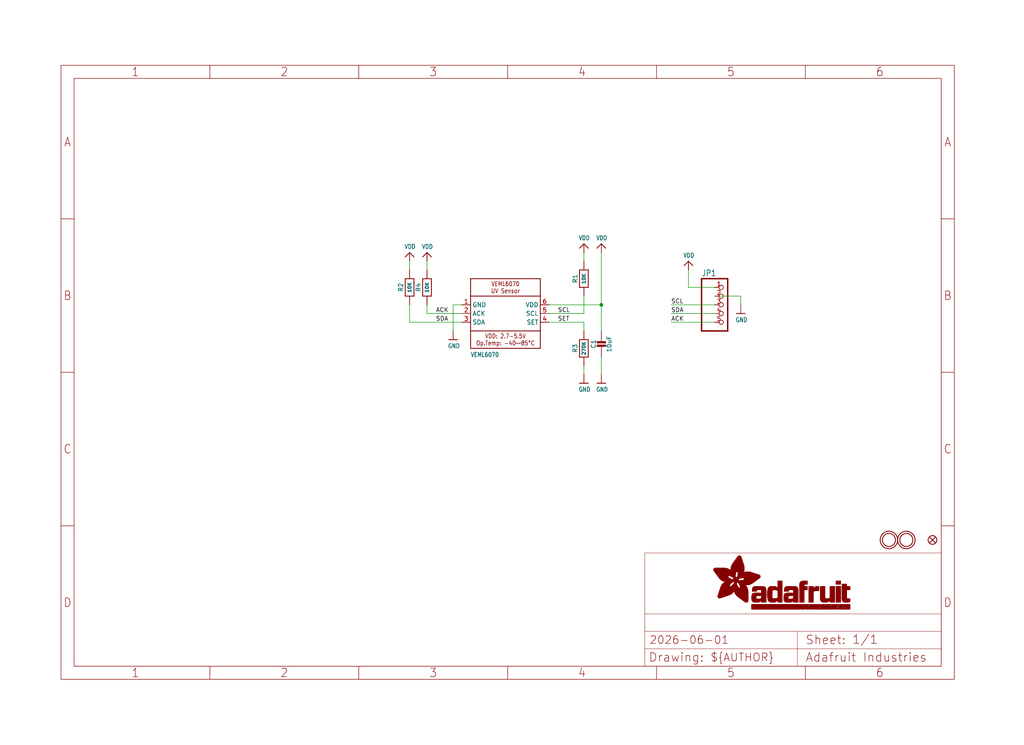
<source format=kicad_sch>
(kicad_sch (version 20230121) (generator eeschema)
  (paper "User" 298.45 217.322)
  (lib_symbols
    (symbol "working-eagle-import:CAP_CERAMIC0805-NOOUTLINE"
      (property "Reference" "C" (at -2.29 1.25 90))
      (symbol "CAP_CERAMIC0805-NOOUTLINE_1_0"
        (pin passive line (at 0 5.08 270) (length 2.54) (name "1") (number "1"))
        (pin passive line (at 0 -2.54 90) (length 2.54) (name "2") (number "2"))
      )
    )
    (symbol "working-eagle-import:FIDUCIAL{dblquote}{dblquote}")
    (symbol "working-eagle-import:FRAME_A4_ADAFRUIT"
      (symbol "FRAME_A4_ADAFRUIT_1_0"
        (text "${#}/${##}" (at 230.505 10.16 0) (effects (font (size 2.54 2.54)) (justify left bottom)))
        (text "${AUTHOR}" (at 189.23 5.08 0) (effects (font (size 2.286 2.286)) (justify left bottom)))
        (text "${CURRENT_DATE}" (at 171.45 10.16 0) (effects (font (size 2.286 2.286)) (justify left bottom)))
        (text "${PROJECTNAME}" (at 171.45 15.24 0) (effects (font (size 2.54 2.54)) (justify left bottom)))
        (text "1" (at 21.6958 1.905 0) (effects (font (size 2.54 2.286))))
        (text "1" (at 21.6958 177.165 0) (effects (font (size 2.54 2.286))))
        (text "2" (at 65.0875 1.905 0) (effects (font (size 2.54 2.286))))
        (text "2" (at 65.0875 177.165 0) (effects (font (size 2.54 2.286))))
        (text "3" (at 108.4792 1.905 0) (effects (font (size 2.54 2.286))))
        (text "3" (at 108.4792 177.165 0) (effects (font (size 2.54 2.286))))
        (text "4" (at 151.8708 1.905 0) (effects (font (size 2.54 2.286))))
        (text "4" (at 151.8708 177.165 0) (effects (font (size 2.54 2.286))))
        (text "5" (at 195.2625 1.905 0) (effects (font (size 2.54 2.286))))
        (text "5" (at 195.2625 177.165 0) (effects (font (size 2.54 2.286))))
        (text "6" (at 238.6542 1.905 0) (effects (font (size 2.54 2.286))))
        (text "6" (at 238.6542 177.165 0) (effects (font (size 2.54 2.286))))
        (text "A" (at 1.905 156.6863 0) (effects (font (size 2.54 2.286))))
        (text "A" (at 258.445 156.6863 0) (effects (font (size 2.54 2.286))))
        (text "Adafruit Industries" (at 216.916 4.953 0) (effects (font (size 2.54 2.54)) (justify left bottom)))
        (text "B" (at 1.905 111.9188 0) (effects (font (size 2.54 2.286))))
        (text "B" (at 258.445 111.9188 0) (effects (font (size 2.54 2.286))))
        (text "C" (at 1.905 67.1513 0) (effects (font (size 2.54 2.286))))
        (text "C" (at 258.445 67.1513 0) (effects (font (size 2.54 2.286))))
        (text "D" (at 1.905 22.3838 0) (effects (font (size 2.54 2.286))))
        (text "D" (at 258.445 22.3838 0) (effects (font (size 2.54 2.286))))
        (text "Drawing:" (at 171.196 4.953 0) (effects (font (size 2.54 2.54)) (justify left bottom)))
        (text "Sheet:" (at 216.916 10.033 0) (effects (font (size 2.54 2.54)) (justify left bottom)))
      )
    )
    (symbol "working-eagle-import:GND" (power)
      (property "Value" "GND" (at -1.524 -2.54 0))
      (symbol "GND_1_0"
        (pin power_in line (at 0 2.54 270) (length 2.54) (name "GND") (number "1"))
      )
    )
    (symbol "working-eagle-import:HEADER-1X570MIL"
      (property "Reference" "JP" (at -6.35 8.255 0))
      (symbol "HEADER-1X570MIL_1_0"
        (pin passive inverted (at -2.54 5.08 0) (length 2.54) (name "1") (number "1"))
        (pin passive inverted (at -2.54 2.54 0) (length 2.54) (name "2") (number "2"))
        (pin passive inverted (at -2.54 0 0) (length 2.54) (name "3") (number "3"))
        (pin passive inverted (at -2.54 -2.54 0) (length 2.54) (name "4") (number "4"))
        (pin passive inverted (at -2.54 -5.08 0) (length 2.54) (name "5") (number "5"))
      )
    )
    (symbol "working-eagle-import:MOUNTINGHOLE2.5")
    (symbol "working-eagle-import:RESISTOR0805_NOOUTLINE"
      (property "Reference" "R" (at 0 2.54 0))
      (symbol "RESISTOR0805_NOOUTLINE_1_0"
        (pin passive line (at -5.08 0 0) (length 2.54) (name "1") (number "1"))
        (pin passive line (at 5.08 0 180) (length 2.54) (name "2") (number "2"))
      )
    )
    (symbol "working-eagle-import:UV_VEML6070"
      (symbol "UV_VEML6070_1_0"
        (text "VDD: 2.7-5.5V\nOp.Temp: -40~~85°C" (at 0 -7.62 0) (effects (font (size 1.27 1.0795))))
        (text "VEML6070\nUV Sensor" (at 0 7.62 0) (effects (font (size 1.27 1.0795))))
        (pin power_in line (at -12.7 2.54 0) (length 2.54) (name "GND") (number "1"))
        (pin open_collector line (at -12.7 0 0) (length 2.54) (name "ACK") (number "2"))
        (pin open_collector line (at -12.7 -2.54 0) (length 2.54) (name "SDA") (number "3"))
        (pin passive line (at 12.7 -2.54 180) (length 2.54) (name "SET") (number "4"))
        (pin input line (at 12.7 0 180) (length 2.54) (name "SCL") (number "5"))
        (pin power_in line (at 12.7 2.54 180) (length 2.54) (name "VDD") (number "6"))
      )
    )
    (symbol "working-eagle-import:VDD" (power)
      (property "Value" "VDD" (at -1.524 1.016 0))
      (symbol "VDD_1_0"
        (pin power_in line (at 0 -2.54 90) (length 2.54) (name "VDD") (number "1"))
      )
    )
  )
  (junction (at 175.26 88.9))
  (wire (pts (xy 124.46 78.74) (xy 124.46 76.2)) (stroke (width 0.1524)))
  (wire (pts (xy 170.18 76.2) (xy 170.18 73.66)) (stroke (width 0.1524)))
  (wire (pts (xy 132.08 88.9) (xy 132.08 96.52)) (stroke (width 0.1524)))
  (wire (pts (xy 208.28 91.44) (xy 195.58 91.44)) (stroke (width 0.1524)))
  (wire (pts (xy 208.28 83.82) (xy 200.66 83.82)) (stroke (width 0.1524)))
  (wire (pts (xy 208.28 88.9) (xy 195.58 88.9)) (stroke (width 0.1524)))
  (wire (pts (xy 170.18 93.98) (xy 170.18 96.52)) (stroke (width 0.1524)))
  (wire (pts (xy 175.26 88.9) (xy 175.26 96.52)) (stroke (width 0.1524)))
  (wire (pts (xy 134.62 93.98) (xy 119.38 93.98)) (stroke (width 0.1524)))
  (wire (pts (xy 175.26 104.14) (xy 175.26 109.22)) (stroke (width 0.1524)))
  (wire (pts (xy 160.02 93.98) (xy 170.18 93.98)) (stroke (width 0.1524)))
  (wire (pts (xy 134.62 88.9) (xy 132.08 88.9)) (stroke (width 0.1524)))
  (wire (pts (xy 200.66 83.82) (xy 200.66 78.74)) (stroke (width 0.1524)))
  (wire (pts (xy 170.18 91.44) (xy 170.18 86.36)) (stroke (width 0.1524)))
  (wire (pts (xy 208.28 86.36) (xy 215.9 86.36)) (stroke (width 0.1524)))
  (wire (pts (xy 124.46 91.44) (xy 124.46 88.9)) (stroke (width 0.1524)))
  (wire (pts (xy 119.38 93.98) (xy 119.38 88.9)) (stroke (width 0.1524)))
  (wire (pts (xy 215.9 86.36) (xy 215.9 88.9)) (stroke (width 0.1524)))
  (wire (pts (xy 160.02 91.44) (xy 170.18 91.44)) (stroke (width 0.1524)))
  (wire (pts (xy 160.02 88.9) (xy 175.26 88.9)) (stroke (width 0.1524)))
  (wire (pts (xy 195.58 93.98) (xy 208.28 93.98)) (stroke (width 0.1524)))
  (wire (pts (xy 119.38 78.74) (xy 119.38 76.2)) (stroke (width 0.1524)))
  (wire (pts (xy 124.46 91.44) (xy 134.62 91.44)) (stroke (width 0.1524)))
  (wire (pts (xy 175.26 88.9) (xy 175.26 73.66)) (stroke (width 0.1524)))
  (wire (pts (xy 170.18 106.68) (xy 170.18 109.22)) (stroke (width 0.1524)))
  (label "SDA" (at 127 93.98 0) (effects (font (size 1.2446 1.2446))))
  (label "ACK" (at 127 91.44 0) (effects (font (size 1.2446 1.2446))))
  (label "SDA" (at 195.58 91.44 0) (effects (font (size 1.2446 1.2446))))
  (label "SCL" (at 162.56 91.44 0) (effects (font (size 1.2446 1.2446))))
  (label "SCL" (at 195.58 88.9 0) (effects (font (size 1.2446 1.2446))))
  (label "ACK" (at 195.58 93.98 0) (effects (font (size 1.2446 1.2446))))
  (label "SET" (at 162.56 93.98 0) (effects (font (size 1.2446 1.2446))))
  (symbol (lib_id "working-eagle-import:FIDUCIAL{dblquote}{dblquote}") (at 271.78 157.48 0) (unit 1)
    (property "Reference" "FID1" (effects hide))
    (property "Value" "FIDUCIAL{dblquote}{dblquote}" (effects hide))
    (property "Footprint" "working:FIDUCIAL_1MM" (effects hide))
  )
  (symbol (lib_id "working-eagle-import:GND") (at 175.26 111.76 0) (unit 1)
    (property "Reference" "#U$4" (effects hide))
    (property "Value" "GND" (at 173.736 114.3 0) (effects (font (size 1.27 1.0795)) (justify left bottom)))
  )
  (symbol (lib_id "working-eagle-import:VDD") (at 124.46 73.66 0) (unit 1)
    (property "Reference" "#U$7" (effects hide))
    (property "Value" "VDD" (at 122.936 72.644 0) (effects (font (size 1.27 1.0795)) (justify left bottom)))
  )
  (symbol (lib_id "working-eagle-import:CAP_CERAMIC0805-NOOUTLINE") (at 175.26 101.6 0) (unit 1)
    (property "Reference" "C1" (at 172.97 100.35 90))
    (property "Value" "10uF" (at 177.56 100.35 90))
    (property "Footprint" "working:0805-NO" (effects hide))
  )
  (symbol (lib_id "working-eagle-import:VDD") (at 175.26 71.12 0) (unit 1)
    (property "Reference" "#U$3" (effects hide))
    (property "Value" "VDD" (at 173.736 70.104 0) (effects (font (size 1.27 1.0795)) (justify left bottom)))
  )
  (symbol (lib_id "working-eagle-import:VDD") (at 170.18 71.12 0) (unit 1)
    (property "Reference" "#U$5" (effects hide))
    (property "Value" "VDD" (at 168.656 70.104 0) (effects (font (size 1.27 1.0795)) (justify left bottom)))
  )
  (symbol (lib_id "working-eagle-import:MOUNTINGHOLE2.5") (at 259.08 157.48 0) (unit 1)
    (property "Reference" "U$11" (effects hide))
    (property "Value" "MOUNTINGHOLE2.5" (effects hide))
    (property "Footprint" "working:MOUNTINGHOLE_2.5_PLATED" (effects hide))
  )
  (symbol (lib_id "working-eagle-import:RESISTOR0805_NOOUTLINE") (at 170.18 101.6 90) (unit 1)
    (property "Reference" "R3" (at 167.64 101.6 0))
    (property "Value" "270K" (at 170.18 101.6 0) (effects (font (size 1.016 1.016) bold)))
    (property "Footprint" "working:0805-NO" (effects hide))
  )
  (symbol (lib_id "working-eagle-import:GND") (at 170.18 111.76 0) (unit 1)
    (property "Reference" "#U$8" (effects hide))
    (property "Value" "GND" (at 168.656 114.3 0) (effects (font (size 1.27 1.0795)) (justify left bottom)))
  )
  (symbol (lib_id "working-eagle-import:VDD") (at 200.66 76.2 0) (unit 1)
    (property "Reference" "#U$12" (effects hide))
    (property "Value" "VDD" (at 199.136 75.184 0) (effects (font (size 1.27 1.0795)) (justify left bottom)))
  )
  (symbol (lib_id "working-eagle-import:UV_VEML6070") (at 147.32 91.44 0) (unit 1)
    (property "Reference" "U1" (effects hide))
    (property "Value" "VEML6070" (at 137.16 104.14 0) (effects (font (size 1.27 1.0795)) (justify left bottom)))
    (property "Footprint" "working:VEML6070" (effects hide))
  )
  (symbol (lib_id "working-eagle-import:GND") (at 215.9 91.44 0) (unit 1)
    (property "Reference" "#U$13" (effects hide))
    (property "Value" "GND" (at 214.376 93.98 0) (effects (font (size 1.27 1.0795)) (justify left bottom)))
  )
  (symbol (lib_id "working-eagle-import:GND") (at 132.08 99.06 0) (unit 1)
    (property "Reference" "#U$9" (effects hide))
    (property "Value" "GND" (at 130.556 101.6 0) (effects (font (size 1.27 1.0795)) (justify left bottom)))
  )
  (symbol (lib_id "working-eagle-import:FRAME_A4_ADAFRUIT") (at 17.78 198.12 0) (unit 1)
    (property "Reference" "#U$1" (effects hide))
    (property "Value" "FRAME_A4_ADAFRUIT" (effects hide))
  )
  (symbol (lib_id "working-eagle-import:HEADER-1X570MIL") (at 210.82 88.9 0) (unit 1)
    (property "Reference" "JP1" (at 204.47 80.645 0) (effects (font (size 1.778 1.5113)) (justify left bottom)))
    (property "Value" "HEADER-1X570MIL" (effects hide))
    (property "Footprint" "working:1X05_ROUND_70" (effects hide))
  )
  (symbol (lib_id "working-eagle-import:RESISTOR0805_NOOUTLINE") (at 119.38 83.82 90) (unit 1)
    (property "Reference" "R2" (at 116.84 83.82 0))
    (property "Value" "10K" (at 119.38 83.82 0) (effects (font (size 1.016 1.016) bold)))
    (property "Footprint" "working:0805-NO" (effects hide))
  )
  (symbol (lib_id "working-eagle-import:VDD") (at 119.38 73.66 0) (unit 1)
    (property "Reference" "#U$6" (effects hide))
    (property "Value" "VDD" (at 117.856 72.644 0) (effects (font (size 1.27 1.0795)) (justify left bottom)))
  )
  (symbol (lib_id "working-eagle-import:MOUNTINGHOLE2.5") (at 264.16 157.48 0) (unit 1)
    (property "Reference" "U$10" (effects hide))
    (property "Value" "MOUNTINGHOLE2.5" (effects hide))
    (property "Footprint" "working:MOUNTINGHOLE_2.5_PLATED" (effects hide))
  )
  (symbol (lib_id "working-eagle-import:RESISTOR0805_NOOUTLINE") (at 124.46 83.82 90) (unit 1)
    (property "Reference" "R4" (at 121.92 83.82 0))
    (property "Value" "10K" (at 124.46 83.82 0) (effects (font (size 1.016 1.016) bold)))
    (property "Footprint" "working:0805-NO" (effects hide))
  )
  (symbol (lib_id "working-eagle-import:RESISTOR0805_NOOUTLINE") (at 170.18 81.28 90) (unit 1)
    (property "Reference" "R1" (at 167.64 81.28 0))
    (property "Value" "10K" (at 170.18 81.28 0) (effects (font (size 1.016 1.016) bold)))
    (property "Footprint" "working:0805-NO" (effects hide))
  )
)
</source>
